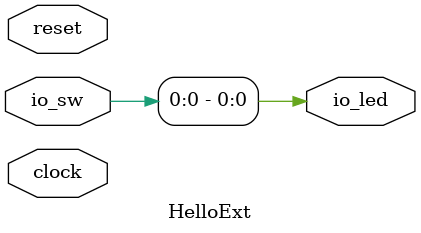
<source format=sv>
module HelloExt(	// src/main/scala/com/helloworld/helloworld_ext.scala:7:7
  input        clock,	// src/main/scala/com/helloworld/helloworld_ext.scala:7:7
               reset,	// src/main/scala/com/helloworld/helloworld_ext.scala:7:7
  input  [1:0] io_sw,	// src/main/scala/com/helloworld/helloworld_ext.scala:8:14
  output       io_led	// src/main/scala/com/helloworld/helloworld_ext.scala:8:14
);

  assign io_led = io_sw[0];	// src/main/scala/com/helloworld/helloworld_ext.scala:7:7, :12:18
endmodule


</source>
